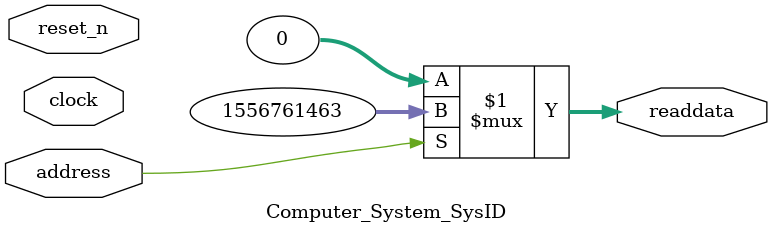
<source format=v>



// synthesis translate_off
`timescale 1ns / 1ps
// synthesis translate_on

// turn off superfluous verilog processor warnings 
// altera message_level Level1 
// altera message_off 10034 10035 10036 10037 10230 10240 10030 

module Computer_System_SysID (
               // inputs:
                address,
                clock,
                reset_n,

               // outputs:
                readdata
             )
;

  output  [ 31: 0] readdata;
  input            address;
  input            clock;
  input            reset_n;

  wire    [ 31: 0] readdata;
  //control_slave, which is an e_avalon_slave
  assign readdata = address ? 1556761463 : 0;

endmodule



</source>
